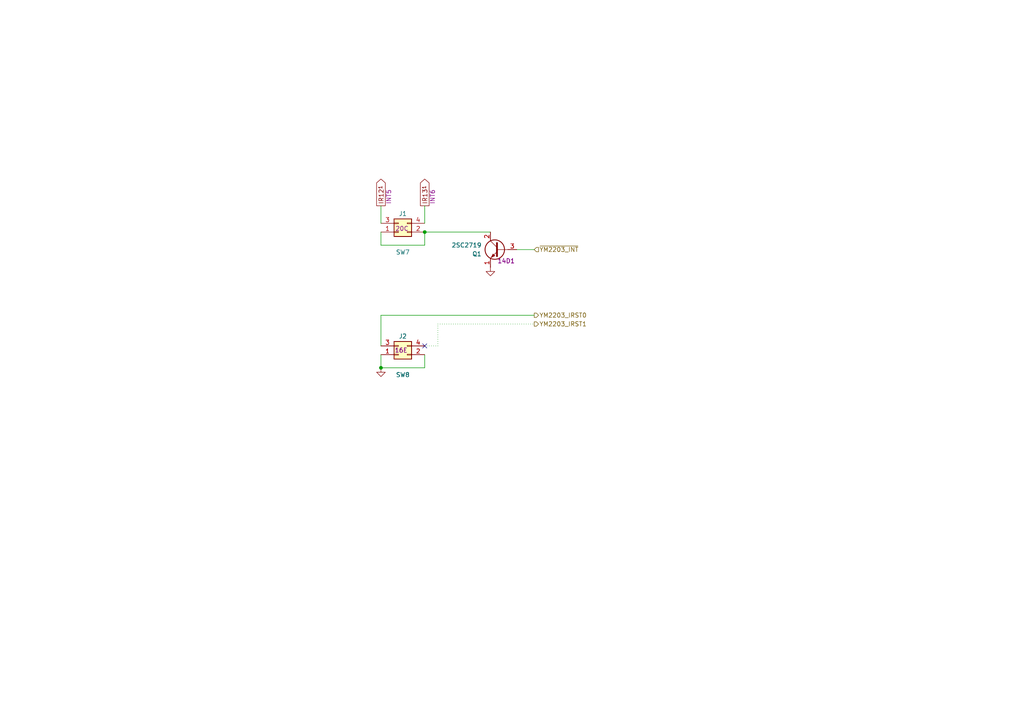
<source format=kicad_sch>
(kicad_sch (version 20250114) (generator "eeschema") (generator_version "9.0")
  (paper "A4")
  (lib_symbols
    (symbol "Connector_Generic:Conn_02x02_Odd_Even" (pin_names (offset 1.016) (hide yes))
      (property "Reference" "J" (at 1.27 2.54 0))
      (property "Value" "Conn_02x02_Odd_Even" (at 1.27 -5.08 0))
      (symbol "Conn_02x02_Odd_Even_1_1"
        (rectangle (start -1.27 1.27) (end 3.81 -3.81) (stroke (width 0.254)) (fill (type background)))
        (rectangle (start -1.27 0.127) (end 0 -0.127) (stroke (width 0.1524)))
        (rectangle (start -1.27 -2.413) (end 0 -2.667) (stroke (width 0.1524)))
        (rectangle (start 3.81 0.127) (end 2.54 -0.127) (stroke (width 0.1524)))
        (rectangle (start 3.81 -2.413) (end 2.54 -2.667) (stroke (width 0.1524)))
        (pin passive line (at -5.08 0 0) (length 3.81) (name "Pin_1") (number "1"))
        (pin passive line (at -5.08 -2.54 0) (length 3.81) (name "Pin_3") (number "3"))
        (pin passive line (at 7.62 0 180) (length 3.81) (name "Pin_2") (number "2"))
        (pin passive line (at 7.62 -2.54 180) (length 3.81) (name "Pin_4") (number "4"))
      )
    )
    (symbol "Transistor_BJT:Q_NPN_ECB" (pin_names (offset 0) (hide yes))
      (property "Reference" "Q" (at 5.08 1.27 0))
      (property "Value" "Q_NPN_ECB" (at 5.08 -1.27 0))
      (symbol "Q_NPN_ECB_0_1"
        (polyline (pts (xy -2.54 0) (xy 0.635 0)))
        (polyline (pts (xy 0.635 1.905) (xy 0.635 -1.905)) (stroke (width 0.508)))
        (circle (center 1.27 0) (radius 2.8194) (stroke (width 0.254)))
      )
      (symbol "Q_NPN_ECB_1_1"
        (polyline (pts (xy 0.635 0.635) (xy 2.54 2.54)))
        (polyline (pts (xy 0.635 -0.635) (xy 2.54 -2.54)))
        (polyline (pts (xy 1.27 -1.778) (xy 1.778 -1.27) (xy 2.286 -2.286) (xy 1.27 -1.778)) (fill (type outline)))
        (pin input line (at -5.08 0 0) (length 2.54) (name "B") (number "3"))
        (pin passive line (at 2.54 5.08 270) (length 2.54) (name "C") (number "2"))
        (pin passive line (at 2.54 -5.08 90) (length 2.54) (name "E") (number "1"))
      )
    )
    (symbol "power:GND" (power) (pin_numbers (hide yes)) (pin_names (offset 0) (hide yes))
      (property "Value" "GND" (at 0 -3.81 0))
      (symbol "GND_0_1"
        (polyline (pts (xy 0 0) (xy 0 -1.27) (xy 1.27 -1.27) (xy 0 -2.54) (xy -1.27 -1.27) (xy 0 -1.27)))
      )
      (symbol "GND_1_1"
        (pin power_in line (at 0 0 270) (length 0) (name "~") (number "1"))
      )
    )
  )
  (junction (at 123.19 67.31))
  (junction (at 110.49 106.68))
  (no_connect (at 123.19 100.33))
  (wire (pts (xy 123.19 100.33) (xy 127 100.33)) (stroke (width 0) (type dot)))
  (wire (pts (xy 110.49 71.12) (xy 123.19 71.12)))
  (wire (pts (xy 127 93.98) (xy 154.94 93.98)) (stroke (width 0) (type dot)))
  (wire (pts (xy 123.19 59.69) (xy 123.19 64.77)))
  (wire (pts (xy 127 100.33) (xy 127 93.98)) (stroke (width 0) (type dot)))
  (wire (pts (xy 110.49 67.31) (xy 110.49 71.12)))
  (wire (pts (xy 123.19 102.87) (xy 123.19 106.68)))
  (wire (pts (xy 110.49 59.69) (xy 110.49 64.77)))
  (wire (pts (xy 110.49 106.68) (xy 110.49 102.87)))
  (wire (pts (xy 110.49 91.44) (xy 154.94 91.44)))
  (wire (pts (xy 123.19 106.68) (xy 110.49 106.68)))
  (wire (pts (xy 149.86 72.39) (xy 154.94 72.39)))
  (wire (pts (xy 123.19 67.31) (xy 142.24 67.31)))
  (wire (pts (xy 110.49 100.33) (xy 110.49 91.44)))
  (wire (pts (xy 123.19 71.12) (xy 123.19 67.31)))
  (global_label "IR13^{1}" (shape output) (at 123.19 59.69 90) (property "Intersheetrefs" "${INTERSHEET_REFS}" (effects (hide yes))) (property "Netclass" "INT6" (at 125.3808 59.69 90) (effects (justify left))))
  (global_label "IR12^{1}" (shape output) (at 110.49 59.69 90) (property "Intersheetrefs" "${INTERSHEET_REFS}" (effects (hide yes))) (property "Netclass" "INT5" (at 112.6808 59.69 90) (effects (justify left))))
  (hierarchical_label "~{YM2203_INT}" (shape input) (at 154.94 72.39 0))
  (hierarchical_label "YM2203_IRST0" (shape output) (at 154.94 91.44 0))
  (hierarchical_label "YM2203_IRST1" (shape output) (at 154.94 93.98 0))
  (symbol (lib_id "Connector_Generic:Conn_02x02_Odd_Even") (at 115.57 102.87 0) (mirror x) (unit 1)
    (property "Reference" "J2" (at 116.84 97.536 0))
    (property "Value" "SW8" (at 116.84 108.712 0))
    (property "Description" "Generic connector, double row, 02x02, odd/even pin numbering scheme (row 1 odd numbers, row 2 even numbers), script generated (kicad-library-utils/schlib/autogen/connector/)" (effects (hide yes)))
    (property "Location" "16E" (at 116.332 101.6 0))
  )
  (symbol (lib_id "power:GND") (at 110.49 106.68 0) (unit 1)
    (property "Reference" "#PWR02" (effects (hide yes)))
    (property "Value" "GND" (effects (hide yes)))
    (property "Description" "Power symbol creates a global label with name \"GND\" , ground" (effects (hide yes)))
  )
  (symbol (lib_id "Transistor_BJT:Q_NPN_ECB") (at 144.78 72.39 0) (mirror y) (unit 1)
    (property "Reference" "Q1" (at 139.7 73.6601 0) (effects (justify left)))
    (property "Value" "2SC2719" (at 139.7 71.1201 0) (effects (justify left)))
    (property "Description" "NPN transistor, emitter/collector/base" (effects (hide yes)))
    (property "Sim.Device" "NPN" (effects (hide yes)))
    (property "Sim.Pins" "1=E 2=C 3=B" (effects (hide yes)))
    (property "Location" "14D1" (at 146.812 75.692 0))
  )
  (symbol (lib_id "power:GND") (at 142.24 77.47 0) (unit 1)
    (property "Reference" "#PWR01" (effects (hide yes)))
    (property "Value" "GND" (effects (hide yes)))
    (property "Description" "Power symbol creates a global label with name \"GND\" , ground" (effects (hide yes)))
  )
  (symbol (lib_id "Connector_Generic:Conn_02x02_Odd_Even") (at 115.57 67.31 0) (mirror x) (unit 1)
    (property "Reference" "J1" (at 116.84 61.976 0))
    (property "Value" "SW7" (at 116.84 73.152 0))
    (property "Description" "Generic connector, double row, 02x02, odd/even pin numbering scheme (row 1 odd numbers, row 2 even numbers), script generated (kicad-library-utils/schlib/autogen/connector/)" (effects (hide yes)))
    (property "Location" "20C" (at 116.586 66.294 0))
  )
)
</source>
